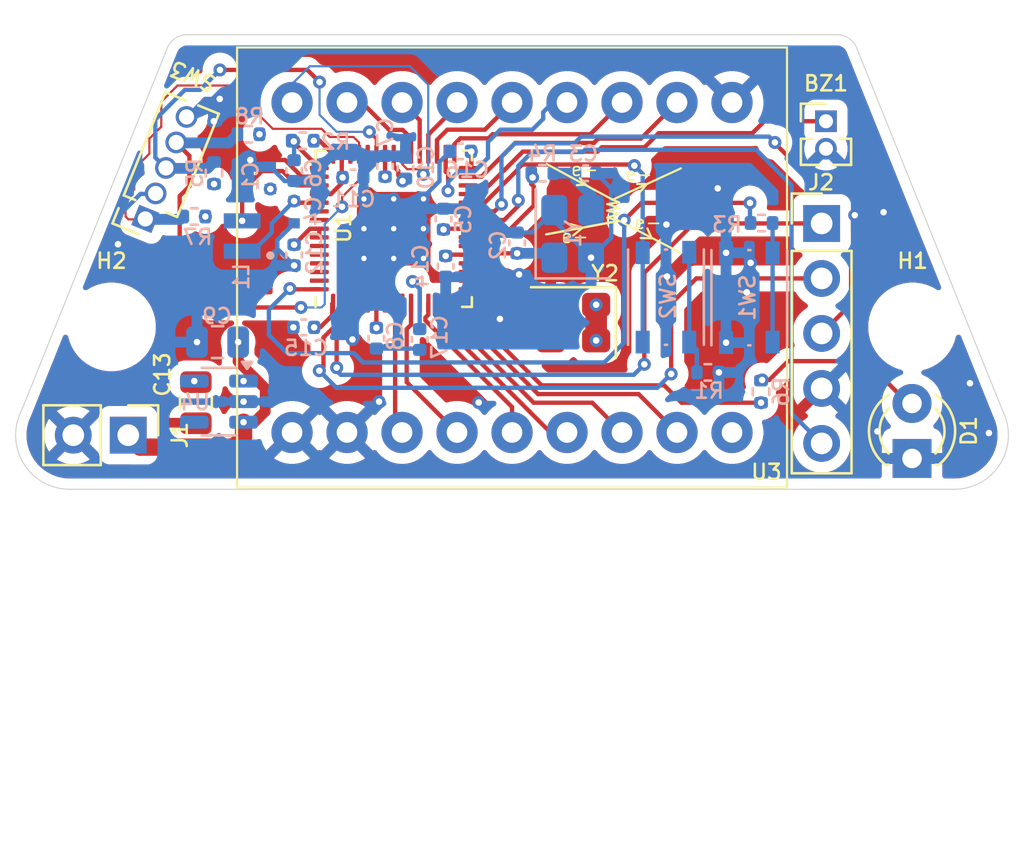
<source format=kicad_pcb>
(kicad_pcb (version 20241229) (generator "pcbnew") (generator_version "9.0")
  (layers (0 "F.Cu" signal) (4 "In1.Cu" signal) (6 "In2.Cu" signal) (8 "In3.Cu" signal) (10 "In4.Cu" signal) (2 "B.Cu" signal) (13 "F.Paste" user) (15 "B.Paste" user) (5 "F.SilkS" user "F.Silkscreen") (7 "B.SilkS" user "B.Silkscreen") (1 "F.Mask" user) (3 "B.Mask" user) (25 "Edge.Cuts" user))
  (net 0 "")
  (net 1 "/BUZ")
  (net 2 "GND")
  (net 3 "/XIN")
  (net 4 "Net-(C3-Pad1)")
  (net 5 "+1V1")
  (net 6 "/VREG_AVDD")
  (net 7 "+5V")
  (net 8 "+3V3")
  (net 9 "Net-(D1-A)")
  (net 10 "/SWCLK")
  (net 11 "/RX")
  (net 12 "/SWD")
  (net 13 "/TX")
  (net 14 "Net-(R1-Pad1)")
  (net 15 "/QSPI_SS")
  (net 16 "/~{USB_BOOT}")
  (net 17 "/XOUT")
  (net 18 "/ROT-")
  (net 19 "/STAT_LED")
  (net 20 "/ROT+")
  (net 21 "/ROT_BTN")
  (net 22 "/RUN")
  (net 23 "/D4")
  (net 24 "/D5")
  (net 25 "/WR_N")
  (net 26 "/CUE")
  (net 27 "/D1")
  (net 28 "/D3")
  (net 29 "/A0")
  (net 30 "/A1")
  (net 31 "/CLR_N")
  (net 32 "/D0")
  (net 33 "/BL_N")
  (net 34 "/CU_N")
  (net 35 "/D2")
  (net 36 "/D6")
  (net 37 "/TCXO")
  (net 38 "/VREG_LX")
  (footprint "MountingHole:MountingHole_2.1mm" (layer "F.Cu") (at 127.5 89.5)
    (property "Reference" "H2")
    (property "Value" "MountingHole")
  )
  (footprint "Custom:DL2416" (layer "F.Cu") (at 156.16 94.375)
    (property "Reference" "U3")
    (property "Value" "~")
  )
  (footprint "Capacitor_SMD:C_0805_2012Metric" (layer "F.Cu") (at 131.4 93 -90)
    (property "Reference" "C13")
    (property "Value" "1u")
  )
  (footprint "Connector_PinHeader_1.27mm:PinHeader_1x02_P1.27mm_Vertical" (layer "F.Cu") (at 160.5 80)
    (property "Reference" "BZ1")
    (property "Value" "Buzzer")
  )
  (footprint "Custom:rot_encode" (layer "F.Cu") (at 137.975 86.025 158)
    (property "Reference" "SW3")
    (property "Value" "RotaryEncoder_Switch")
  )
  (footprint "Oscillator:Oscillator_SMD_Abracon_ASE-4Pin_3.2x2.5mm" (layer "F.Cu") (at 148.835 89.3 180)
    (property "Reference" "Y2")
    (property "Value" "ASE-xxxMHz")
  )
  (footprint "LED_THT:LED_D3.0mm" (layer "F.Cu") (at 164.475 95.575 90)
    (property "Reference" "D1")
    (property "Value" "LED")
  )
  (footprint "Connector_PinHeader_2.54mm:PinHeader_1x02_P2.54mm_Vertical" (layer "F.Cu") (at 128.275 94.5 -90)
    (property "Reference" "J1")
    (property "Value" "Conn_01x02_Pin")
  )
  (footprint "MountingHole:MountingHole_2.1mm" (layer "F.Cu") (at 164.5 89.5)
    (property "Reference" "H1")
    (property "Value" "MountingHole")
  )
  (footprint "Connector_PinHeader_2.54mm:PinHeader_1x05_P2.54mm_Vertical" (layer "F.Cu") (at 160.3 84.72)
    (property "Reference" "J2")
    (property "Value" "Conn_01x05")
  )
  (footprint "RP2350_60QFN_minimal:RP2350-QFN-60-1EP_7x7_P0.4mm_EP3.4x3.4mm_ThermalVias" (layer "F.Cu") (at 140.535 84.9625 90)
    (property "Reference" "U1")
    (property "Value" "RP2350_60QFN")
  )
  (footprint "Resistor_SMD:R_0402_1005Metric" (layer "B.Cu") (at 155.045 91.6)
    (property "Reference" "R1")
    (property "Value" "1k")
  )
  (footprint "Capacitor_SMD:C_0402_1005Metric" (layer "B.Cu") (at 136.38 89.52 180)
    (property "Reference" "C15")
    (property "Value" "100n")
  )
  (footprint "Capacitor_SMD:C_0402_1005Metric" (layer "B.Cu") (at 146.235 85.62 90)
    (property "Reference" "C2")
    (property "Value" "15p")
  )
  (footprint "Capacitor_SMD:C_0402_1005Metric" (layer "B.Cu") (at 138.655 82.6)
    (property "Reference" "C11")
    (property "Value" "100n")
  )
  (footprint "Button_Switch_SMD:SW_Push_1P1T_NO_Vertical_Wuerth_434133025816" (layer "B.Cu") (at 153.11 88.125 90)
    (property "Reference" "SW2")
    (property "Value" "SW_Push")
  )
  (footprint "Resistor_SMD:R_0402_1005Metric" (layer "B.Cu") (at 157.525 84.7)
    (property "Reference" "R3")
    (property "Value" "1k")
  )
  (footprint "Resistor_SMD:R_0402_1005Metric" (layer "B.Cu") (at 133.825 80.6 180)
    (property "Reference" "R8")
    (property "Value" "10k")
  )
  (footprint "Capacitor_SMD:C_0402_1005Metric" (layer "B.Cu") (at 139.735 90.02 -90)
    (property "Reference" "C8")
    (property "Value" "100n")
  )
  (footprint "Button_Switch_SMD:SW_Push_1P1T_NO_Vertical_Wuerth_434133025816" (layer "B.Cu") (at 156.96 88.15 -90)
    (property "Reference" "SW1")
    (property "Value" "SW_Push")
  )
  (footprint "RP2350_60QFN_minimal:C_0402_1005Metric_small_pads" (layer "B.Cu") (at 134.835 82.615 90)
    (property "Reference" "C1")
    (property "Value" "4.7u")
  )
  (footprint "Capacitor_SMD:C_0402_1005Metric" (layer "B.Cu") (at 135.935 82.28 -90)
    (property "Reference" "C6")
    (property "Value" "4.7u")
  )
  (footprint "Capacitor_SMD:C_0402_1005Metric" (layer "B.Cu") (at 149.4 82.4)
    (property "Reference" "C3")
    (property "Value" "15p")
  )
  (footprint "Package_TO_SOT_SMD:SOT-23-5" (layer "B.Cu") (at 132.4625 92.95 180)
    (property "Reference" "U4")
    (property "Value" "AP2112K-3.3")
  )
  (footprint "Capacitor_SMD:C_0402_1005Metric" (layer "B.Cu") (at 141.735 90.08 -90)
    (property "Reference" "C17")
    (property "Value" "100n")
  )
  (footprint "Capacitor_SMD:C_0805_2012Metric" (layer "B.Cu") (at 132.4 90.2 180)
    (property "Reference" "C9")
    (property "Value" "1u")
  )
  (footprint "Capacitor_SMD:C_0402_1005Metric" (layer "B.Cu") (at 143.62 81.39 180)
    (property "Reference" "C16")
    (property "Value" "100n")
  )
  (footprint "Resistor_SMD:R_0402_1005Metric" (layer "B.Cu") (at 147.4 82.4)
    (property "Reference" "R4")
    (property "Value" "1k")
  )
  (footprint "Capacitor_SMD:C_0402_1005Metric" (layer "B.Cu") (at 142.835 84.52 90)
    (property "Reference" "C5")
    (property "Value" "100n")
  )
  (footprint "Resistor_SMD:R_0402_1005Metric" (layer "B.Cu") (at 136.335 80.9 180)
    (property "Reference" "R2")
    (property "Value" "33")
  )
  (footprint "Capacitor_SMD:C_0402_1005Metric" (layer "B.Cu") (at 140.135 82.08 90)
    (property "Reference" "C7")
    (property "Value" "4.7u")
  )
  (footprint "Capacitor_SMD:C_0402_1005Metric" (layer "B.Cu") (at 135.935 86.18 -90)
    (property "Reference" "C12")
    (property "Value" "100n")
  )
  (footprint "Resistor_SMD:R_0402_1005Metric" (layer "B.Cu") (at 132.235 82.39 90)
    (property "Reference" "R5")
    (property "Value" "10k")
  )
  (footprint "Capacitor_SMD:C_0402_1005Metric" (layer "B.Cu") (at 141.08 82.17 90)
    (property "Reference" "C10")
    (property "Value" "100n")
  )
  (footprint "RP2350_60QFN_minimal:L_pol_2016" (layer "B.Cu") (at 133.535 85.3 90)
    (property "Reference" "L1")
    (property "Value" "3.3u")
  )
  (footprint "Resistor_SMD:R_0402_1005Metric" (layer "B.Cu") (at 157.5 92.49 90)
    (property "Reference" "R6")
    (property "Value" "220")
  )
  (footprint "RP2350_60QFN_minimal:C_0402_1005Metric_small_pads" (layer "B.Cu") (at 135.935 84.2 -90)
    (property "Reference" "C4")
    (property "Value" "4.7u")
  )
  (footprint "Capacitor_SMD:C_0402_1005Metric" (layer "B.Cu") (at 142.935 86.7 -90)
    (property "Reference" "C14")
    (property "Value" "100n")
  )
  (footprint "Resistor_SMD:R_0402_1005Metric" (layer "B.Cu") (at 131.325 84.4 180)
    (property "Reference" "R7")
    (property "Value" "10k")
  )
  (footprint "Crystal:Crystal_SMD_3225-4Pin_3.2x2.5mm" (layer "B.Cu") (at 148.8 85.2 90)
    (property "Reference" "Y1")
    (property "Value" "ABM8-272-T3")
  )
  (gr_line (start 150.95 84.275) (end 150.4 84.45) (stroke (width 0.1)) (layer "F.SilkS"))
  (gr_line (start 147.575 85.225) (end 150.95 84.6) (stroke (width 0.1)) (layer "F.SilkS"))
  (gr_line (start 148.7 84.75) (end 149.2625 84.9125) (stroke (width 0.1)) (layer "F.SilkS"))
  (gr_line (start 151.925 83.25) (end 152.225 82.9) (stroke (width 0.1)) (layer "F.SilkS"))
  (gr_line (start 148.825 85.275) (end 149.2625 84.9125) (stroke (width 0.1)) (layer "F.SilkS"))
  (gr_line (start 150.4 83.825) (end 150.95 84) (stroke (width 0.1)) (layer "F.SilkS"))
  (gr_line (start 150.95 83.75) (end 150.4 83.825) (stroke (width 0.1)) (layer "F.SilkS"))
  (gr_line (start 149 82.95) (end 149.360612 82.927462) (stroke (width 0.1)) (layer "F.SilkS"))
  (gr_line (start 150.95 84) (end 150.4 84.125) (stroke (width 0.1)) (layer "F.SilkS"))
  (gr_line (start 150.4 84.45) (end 150.95 84.6) (stroke (width 0.1)) (layer "F.SilkS"))
  (gr_line (start 152.25 84.95) (end 152.45 85.4) (stroke (width 0.1)) (layer "F.SilkS"))
  (gr_line (start 147.6 81.975) (end 150.65 83.625) (stroke (width 0.1)) (layer "F.SilkS"))
  (gr_line (start 149.125 82.625) (end 149.4 82.925) (stroke (width 0.1)) (layer "F.SilkS"))
  (gr_line (start 150.65 83.625) (end 153.8 82.175) (stroke (width 0.1)) (layer "F.SilkS"))
  (gr_line (start 149.4 82.925) (end 149 82.95) (stroke (width 0.1)) (layer "F.SilkS"))
  (gr_line (start 150.95 84.6) (end 147.575 85.225) (stroke (width 0.1)) (layer "F.SilkS"))
  (gr_line (start 151.775 82.9) (end 152.225 82.9) (stroke (width 0.1)) (layer "F.SilkS"))
  (gr_line (start 150.4 84.125) (end 150.95 84.275) (stroke (width 0.1)) (layer "F.SilkS"))
  (gr_line (start 152.4625 85.40625) (end 151.9375 85.39375) (stroke (width 0.1)) (layer "F.SilkS"))
  (gr_line (start 150.65 83.625) (end 150.95 83.75) (stroke (width 0.1)) (layer "F.SilkS"))
  (gr_line (start 153.775 86.075) (end 150.95 84.6) (stroke (width 0.1)) (layer "F.SilkS"))
  (gr_arc (start 168.661805 93.381982) (mid 168.552358 95.814328) (end 166.414082 97) (stroke (width 0.05)) (layer "Edge.Cuts"))
  (gr_arc (start 161 76) (mid 161.525731 76.149349) (end 161.894428 76.552789) (stroke (width 0.05)) (layer "Edge.Cuts"))
  (gr_line (start 123.338066 93.382302) (end 130.105577 76.552777) (stroke (width 0.05)) (layer "Edge.Cuts"))
  (gr_line (start 168.661805 93.381982) (end 161.894428 76.552789) (stroke (width 0.05)) (layer "Edge.Cuts"))
  (gr_arc (start 130.105577 76.552777) (mid 130.474269 76.149349) (end 131 76) (stroke (width 0.05)) (layer "Edge.Cuts"))
  (gr_arc (start 125.5743 96.999999) (mid 123.447642 95.814328) (end 123.338066 93.382302) (stroke (width 0.05)) (layer "Edge.Cuts"))
  (gr_line (start 161 76) (end 131 76) (stroke (width 0.05)) (layer "Edge.Cuts"))
  (gr_line (start 166.414082 97) (end 125.5743 96.999999) (stroke (width 0.05)) (layer "Edge.Cuts"))
  (gr_text "e-" (at 148.675 82.575 0) (layer "F.SilkS") (effects (font (size 0.6 0.6) (thickness 0.08)) (justify left bottom)))
  (gr_text "e-" (at 148.225 85.675 0) (layer "F.SilkS") (effects (font (size 0.6 0.6) (thickness 0.08)) (justify left bottom)))
  (gr_text "e-" (at 151.175 82.8 0) (layer "F.SilkS") (effects (font (size 0.6 0.6) (thickness 0.08)) (justify left bottom)))
  (gr_text "e-" (at 151.6 85.025 0) (layer "F.SilkS") (effects (font (size 0.6 0.6) (thickness 0.08)) (justify left bottom)))
  (segment (start 152.7721 80.55) (end 157.1 80.55) (width 0.2) (layer "F.Cu") (net 1))
  (segment (start 144.5375 83.3625) (end 146.498 81.402) (width 0.2) (layer "F.Cu") (net 1))
  (segment (start 157.65 80) (end 160.5 80) (width 0.2) (layer "F.Cu") (net 1))
  (segment (start 149.9472 81.402) (end 150.1482 81.201) (width 0.2) (layer "F.Cu") (net 1))
  (segment (start 143.9725 83.3625) (end 144.5375 83.3625) (width 0.2) (layer "F.Cu") (net 1))
  (segment (start 146.498 81.402) (end 149.9472 81.402) (width 0.2) (layer "F.Cu") (net 1))
  (segment (start 157.1 80.55) (end 157.65 80) (width 0.2) (layer "F.Cu") (net 1))
  (segment (start 152.1211 81.201) (end 152.7721 80.55) (width 0.2) (layer "F.Cu") (net 1))
  (segment (start 150.1482 81.201) (end 152.1211 81.201) (width 0.2) (layer "F.Cu") (net 1))
  (segment (start 137.0975 82.5625) (end 136.2925 82.5625) (width 0.2) (layer "F.Cu") (net 2))
  (segment (start 135.52 81.79) (end 133.91 81.79) (width 0.2) (layer "F.Cu") (net 2))
  (segment (start 147.785 88.475) (end 147.96 88.475) (width 0.5) (layer "F.Cu") (net 2))
  (segment (start 136.2925 82.5625) (end 135.52 81.79) (width 0.2) (layer "F.Cu") (net 2))
  (via (at 138.63 90.08) (size 0.6) (drill 0.3) (layers "F.Cu" "B.Cu") (net 2))
  (via (at 127.8 85.68) (size 0.6) (drill 0.3) (layers "F.Cu" "B.Cu") (net 2))
  (via (at 146.325 87.075) (size 0.6) (drill 0.3) (layers "F.Cu" "B.Cu") (net 2))
  (via (at 149.65 86.3) (size 0.6) (drill 0.3) (layers "F.Cu" "B.Cu") (net 2))
  (via (at 162.875 94.325) (size 0.6) (drill 0.3) (layers "F.Cu" "B.Cu") (net 2))
  (via (at 153.13 84.77) (size 0.6) (drill 0.3) (layers "F.Cu" "B.Cu") (net 2))
  (via (at 133.91 81.79) (size 0.6) (drill 0.3) (layers "F.Cu" "B.Cu") (net 2))
  (via (at 144.46 92.99) (size 0.6) (drill 0.3) (layers "F.Cu" "B.Cu") (net 2))
  (via (at 168.025 94.4) (size 0.6) (drill 0.3) (layers "F.Cu" "B.Cu") (net 2))
  (via (at 167.15 92.1) (size 0.6) (drill 0.3) (layers "F.Cu" "B.Cu") (net 2))
  (via (at 132.225 80) (size 0.6) (drill 0.3) (layers "F.Cu" "B.Cu") (net 2))
  (via (at 132.5 78.97) (size 0.6) (drill 0.3) (layers "F.Cu" "B.Cu") (net 2))
  (via (at 155.5 83.1) (size 0.6) (drill 0.3) (layers "F.Cu" "B.Cu") (net 2))
  (via (at 155.555 91.6) (size 0.6) (drill 0.3) (layers "F.Cu" "B.Cu") (net 2))
  (via (at 156.84 87.9) (size 0.6) (drill 0.3) (layers "F.Cu" "B.Cu") (net 2))
  (via (at 153.16 87.17) (size 0.6) (drill 0.3) (layers "F.Cu" "B.Cu") (net 2))
  (via (at 145.44 89.13) (size 0.6) (drill 0.3) (layers "F.Cu" "B.Cu") (net 2))
  (via (at 139.86 92.95) (size 0.6) (drill 0.3) (layers "F.Cu" "B.Cu") (net 2))
  (via (at 157.02 86.54) (size 0.6) (drill 0.3) (layers "F.Cu" "B.Cu") (net 2))
  (via (at 163.16 84.2) (size 0.6) (drill 0.3) (layers "F.Cu" "B.Cu") (net 2))
  (via (at 135.9 89.52) (size 0.6) (drill 0.3) (layers "F.Cu" "B.Cu") (net 2))
  (via (at 131.45 90.2) (size 0.6) (drill 0.3) (layers "F.Cu" "B.Cu") (net 2))
  (via (at 133.6 92.95) (size 0.6) (drill 0.3) (layers "F.Cu" "B.Cu") (net 2))
  (via (at 161.83 84.34) (size 0.6) (drill 0.3) (layers "F.Cu" "B.Cu") (net 2))
  (via (at 155.885 86.075) (size 0.6) (drill 0.3) (layers "F.Cu" "B.Cu") (net 2))
  (via (at 155.885 90.225) (size 0.6) (drill 0.3) (layers "F.Cu" "B.Cu") (net 2))
  (via (at 135.935 86.66) (size 0.6) (drill 0.3) (layers "F.Cu" "B.Cu") (net 2))
  (segment (start 139.135 82.290001) (end 139.825001 81.6) (width 0.5) (layer "B.Cu") (net 2))
  (segment (start 147.95 84.6) (end 147.95 84.1) (width 0.2) (layer "B.Cu") (net 2))
  (segment (start 145.753474 85.14) (end 146.235 85.14) (width 0.5) (layer "B.Cu") (net 2))
  (segment (start 135.15 85.8) (end 135.16 85.79) (width 0.2) (layer "B.Cu") (net 2))
  (segment (start 144.653474 84.04) (end 145.753474 85.14) (width 0.5) (layer "B.Cu") (net 2))
  (segment (start 142.649872 82.76017) (end 141.91 83.500042) (width 0.2) (layer "B.Cu") (net 2))
  (segment (start 128.841394 83.355047) (end 127.8 84.396441) (width 0.2) (layer "B.Cu") (net 2))
  (segment (start 142.649872 81.880128) (end 142.649872 82.76017) (width 0.2) (layer "B.Cu") (net 2))
  (segment (start 135.16 85.79) (end 135.16 85.49) (width 0.2) (layer "B.Cu") (net 2))
  (segment (start 142.835 84.04) (end 144.653474 84.04) (width 0.5) (layer "B.Cu") (net 2))
  (segment (start 141.91 83.500042) (end 141.91 83.5875) (width 0.2) (layer "B.Cu") (net 2))
  (segment (start 139.825001 81.6) (end 140.135 81.6) (width 0.5) (layer "B.Cu") (net 2))
  (segment (start 140.135 81.6) (end 140.99 81.6) (width 0.5) (layer "B.Cu") (net 2))
  (segment (start 150.579 83.099) (end 149.88 82.4) (width 0.2) (layer "B.Cu") (net 2))
  (segment (start 141.675 90.5) (end 141.735 90.56) (width 0.2) (layer "B.Cu") (net 2))
  (segment (start 149.65 86.3) (end 147.95 84.6) (width 0.2) (layer "B.Cu") (net 2))
  (segment (start 134.835 82.1) (end 134.22 82.1) (width 0.2) (layer "B.Cu") (net 2))
  (segment (start 135.15 85.875) (end 135.15 85.8) (width 0.2) (layer "B.Cu") (net 2))
  (segment (start 130.996997 79.80123) (end 130.966105 79.80123) (width 0.2) (layer "B.Cu") (net 2))
  (segment (start 146.91 85.14) (end 147.95 84.1) (width 0.2) (layer "B.Cu") (net 2))
  (segment (start 135.935 82.76) (end 135.495 82.76) (width 0.2) (layer "B.Cu") (net 2))
  (segment (start 131.828227 78.97) (end 130.996997 79.80123) (width 0.2) (layer "B.Cu") (net 2))
  (segment (start 139.135 82.6) (end 139.135 82.290001) (width 0.5) (layer "B.Cu") (net 2))
  (segment (start 135.495 82.76) (end 134.835 82.1) (width 0.2) (layer "B.Cu") (net 2))
  (segment (start 127.8 85.68) (end 127.8 85.69) (width 0.2) (layer "B.Cu") (net 2))
  (segment (start 150.579 85.371) (end 150.579 83.099) (width 0.2) (layer "B.Cu") (net 2))
  (segment (start 132.5 78.97) (end 131.828227 78.97) (width 0.2) (layer "B.Cu") (net 2))
  (segment (start 149.65 86.3) (end 150.579 85.371) (width 0.2) (layer "B.Cu") (net 2))
  (segment (start 135.935 86.66) (end 135.15 85.875) (width 0.2) (layer "B.Cu") (net 2))
  (segment (start 140.99 81.6) (end 141.08 81.69) (width 0.5) (layer "B.Cu") (net 2))
  (segment (start 129.538854 83.333801) (end 129.517608 83.355047) (width 0.2) (layer "B.Cu") (net 2))
  (segment (start 135.16 85.49) (end 135.935 84.715) (width 0.2) (layer "B.Cu") (net 2))
  (segment (start 129.517608 83.355047) (end 128.841394 83.355047) (width 0.2) (layer "B.Cu") (net 2))
  (segment (start 139.735 90.5) (end 141.675 90.5) (width 0.2) (layer "B.Cu") (net 2))
  (segment (start 134.22 82.1) (end 133.91 81.79) (width 0.2) (layer "B.Cu") (net 2))
  (segment (start 146.235 85.14) (end 146.91 85.14) (width 0.2) (layer "B.Cu") (net 2))
  (segment (start 143.14 81.39) (end 142.649872 81.880128) (width 0.2) (layer "B.Cu") (net 2))
  (segment (start 127.8 84.396441) (end 127.8 85.68) (width 0.2) (layer "B.Cu") (net 2))
  (segment (start 143.9725 85.7625) (end 144.5625 85.7625) (width 0.2) (layer "F.Cu") (net 3))
  (segment (start 144.5625 85.7625) (end 144.9 86.1) (width 0.2) (layer "F.Cu") (net 3))
  (segment (start 144.9 86.1) (end 146.235 86.1) (width 0.2) (layer "F.Cu") (net 3))
  (via (at 146.235 86.1) (size 0.6) (drill 0.3) (layers "F.Cu" "B.Cu") (net 3))
  (segment (start 146.235 86.1) (end 147.75 86.1) (width 0.5) (layer "B.Cu") (net 3))
  (segment (start 147.75 86.1) (end 147.95 86.3) (width 0.5) (layer "B.Cu") (net 3))
  (segment (start 149.65 83.4) (end 148.92 82.67) (width 0.5) (layer "B.Cu") (net 4))
  (segment (start 148.92 82.67) (end 148.92 82.4) (width 0.5) (layer "B.Cu") (net 4))
  (segment (start 147.91 82.4) (end 148.92 82.4) (width 0.5) (layer "B.Cu") (net 4))
  (segment (start 149.65 84.1) (end 149.65 83.4) (width 0.5) (layer "B.Cu") (net 4))
  (segment (start 140.135 81.525) (end 140.135 82.56) (width 0.2) (layer "F.Cu") (net 5))
  (segment (start 142.8725 84.9625) (end 142.835 85) (width 0.2) (layer "F.Cu") (net 5))
  (segment (start 136.0125 83.7625) (end 135.935 83.685) (width 0.2) (layer "F.Cu") (net 5))
  (segment (start 143.9725 84.9625) (end 142.8725 84.9625) (width 0.2) (layer "F.Cu") (net 5))
  (segment (start 137.0975 83.7625) (end 136.0125 83.7625) (width 0.2) (layer "F.Cu") (net 5))
  (segment (start 139.735 89.54) (end 139.735 88.4) (width 0.2) (layer "F.Cu") (net 5))
  (via (at 135.935 83.685) (size 0.6) (drill 0.3) (layers "F.Cu" "B.Cu") (net 5))
  (via (at 139.735 89.54) (size 0.6) (drill 0.3) (layers "F.Cu" "B.Cu") (net 5))
  (via (at 142.835 85) (size 0.6) (drill 0.3) (layers "F.Cu" "B.Cu") (net 5))
  (via (at 140.135 82.56) (size 0.6) (drill 0.3) (layers "F.Cu" "B.Cu") (net 5))
  (segment (start 134.9 84.72) (end 135.935 83.685) (width 0.2) (layer "B.Cu") (net 5))
  (segment (start 134.9 85.135) (end 134.9 84.72) (width 0.2) (layer "B.Cu") (net 5))
  (segment (start 133.535 86) (end 134.035 86) (width 0.2) (layer "B.Cu") (net 5))
  (segment (start 134.035 86) (end 134.9 85.135) (width 0.2) (layer "B.Cu") (net 5))
  (segment (start 135.92 80.985) (end 135.92 80.93) (width 0.2) (layer "F.Cu") (net 6))
  (segment (start 137.0975 82.1625) (end 135.92 80.985) (width 0.2) (layer "F.Cu") (net 6))
  (via (at 135.92 80.93) (size 0.6) (drill 0.3) (layers "F.Cu" "B.Cu") (net 6))
  (segment (start 135.935 80.945) (end 135.92 80.93) (width 0.2) (layer "B.Cu") (net 6))
  (segment (start 135.935 81.8) (end 135.935 80.945) (width 0.2) (layer "B.Cu") (net 6))
  (segment (start 133.149 95.051) (end 133.6 94.6) (width 0.8) (layer "F.Cu") (net 7))
  (segment (start 133.35 90.2) (end 133.35 91.087501) (width 0.5) (layer "F.Cu") (net 7))
  (segment (start 133.6 93.9) (end 134.1 93.9) (width 0.5) (layer "F.Cu") (net 7))
  (segment (start 134.1 93.9) (end 134.6 93.4) (width 0.5) (layer "F.Cu") (net 7))
  (segment (start 134.6 93.4) (end 134.6 92.337501) (width 0.5) (layer "F.Cu") (net 7))
  (segment (start 128.275 94.5) (end 128.826 95.051) (width 0.8) (layer "F.Cu") (net 7))
  (segment (start 134.6 92.337501) (end 134.262499 92) (width 0.5) (layer "F.Cu") (net 7))
  (segment (start 134.262499 92) (end 133.6 92) (width 0.5) (layer "F.Cu") (net 7))
  (segment (start 133.35 91.087501) (end 134.262499 92) (width 0.5) (layer "F.Cu") (net 7))
  (segment (start 128.826 95.051) (end 133.149 95.051) (width 0.8) (layer "F.Cu") (net 7))
  (segment (start 133.6 94.6) (end 133.6 93.9) (width 0.8) (layer "F.Cu") (net 7))
  (via (at 133.6 92) (size 0.6) (drill 0.3) (layers "F.Cu" "B.Cu") (net 7))
  (via (at 133.35 90.2) (size 0.6) (drill 0.3) (layers "F.Cu" "B.Cu") (net 7))
  (via (at 133.6 93.9) (size 0.6) (drill 0.3) (layers "F.Cu" "B.Cu") (net 7))
  (segment (start 136.6725 84.9625) (end 137.0975 84.9625) (width 0.2) (layer "F.Cu") (net 8))
  (segment (start 140.942621 82.762499) (end 140.942621 82.692621) (width 0.2) (layer "F.Cu") (net 8))
  (segment (start 135.935 85.7) (end 136.6725 84.9625) (width 0.2) (layer "F.Cu") (net 8))
  (segment (start 143.9725 86.1625) (end 142.9925 86.1625) (width 0.2) (layer "F.Cu") (net 8))
  (segment (start 137.695 88.44) (end 137.735 88.4) (width 0.2) (layer "F.Cu") (net 8))
  (segment (start 142.9925 86.1625) (end 142.935 86.22) (width 0.2) (layer "F.Cu") (net 8))
  (segment (start 141.4 87.4) (end 141.735 87.735) (width 0.2) (layer "F.Cu") (net 8))
  (segment (start 140.942622 82.7625) (end 140.942621 82.762499) (width 0.2) (layer "F.Cu") (net 8))
  (segment (start 140.942621 82.692621) (end 140.75 82.5) (width 0.2) (layer "F.Cu") (net 8))
  (segment (start 137.14 89.52) (end 137.695 88.965) (width 0.2) (layer "F.Cu") (net 8))
  (segment (start 137.695 88.965) (end 137.695 88.44) (width 0.2) (layer "F.Cu") (net 8))
  (segment (start 138.175 82.825) (end 138.175 82.6) (width 0.2) (layer "F.Cu") (net 8))
  (segment (start 137.0975 83.3625) (end 137.6375 83.3625) (width 0.2) (layer "F.Cu") (net 8))
  (segment (start 140.75 82.5) (end 140.75 82.3) (width 0.2) (layer "F.Cu") (net 8))
  (segment (start 138.135 82.56) (end 138.175 82.6) (width 0.2) (layer "F.Cu") (net 8))
  (segment (start 140.535 82.085) (end 140.535 81.525) (width 0.2) (layer "F.Cu") (net 8))
  (segment (start 136.845 80.9) (end 137.11 80.9) (width 0.2) (layer "F.Cu") (net 8))
  (segment (start 140.75 82.3) (end 140.535 82.085) (width 0.2) (layer "F.Cu") (net 8))
  (segment (start 136.86 89.52) (end 137.14 89.52) (width 0.2) (layer "F.Cu") (net 8))
  (segment (start 138.135 81.525) (end 138.135 82.56) (width 0.2) (layer "F.Cu") (net 8))
  (segment (start 137.0975 85.3625) (end 137.0975 84.9625) (width 0.2) (layer "F.Cu") (net 8))
  (segment (start 144.12 81.4) (end 144.12 82.015) (width 0.2) (layer "F.Cu") (net 8))
  (segment (start 137.735 81.525) (end 138.135 81.525) (width 0.2) (layer "F.Cu") (net 8))
  (segment (start 144.12 82.015) (end 143.9725 82.1625) (width 0.2) (layer "F.Cu") (net 8))
  (segment (start 149.885 90.125) (end 149.885 88.475) (width 1) (layer "F.Cu") (net 8))
  (segment (start 137.6375 83.3625) (end 138.175 82.825) (width 0.2) (layer "F.Cu") (net 8))
  (segment (start 141.735 87.735) (end 141.735 88.4) (width 0.2) (layer "F.Cu") (net 8))
  (segment (start 137.11 80.9) (end 137.735 81.525) (width 0.2) (layer "F.Cu") (net 8))
  (via (at 134.335 80.6) (size 0.6) (drill 0.3) (layers "F.Cu" "B.Cu") (net 8))
  (via (at 136.86 89.52) (size 0.6) (drill 0.3) (layers "F.Cu" "B.Cu") (net 8))
  (via (at 131.325 92) (size 0.6) (drill 0.3) (layers "F.Cu" "B.Cu") (net 8))
  (via (at 149.885 90.125) (size 0.6) (drill 0.3) (layers "F.Cu" "B.Cu") (net 8))
  (via (at 134.835 83.13) (size 0.6) (drill 0.3) (layers "F.Cu" "B.Cu") (net 8))
  (via (at 131.835 84.4) (size 0.6) (drill 0.3) (layers "F.Cu" "B.Cu") (net 8))
  (via (at 144.12 81.4) (size 0.6) (drill 0.3) (layers "F.Cu" "B.Cu") (net 8))
  (via (at 132.235 82.9) (size 0.6) (drill 0.3) (layers "F.Cu" "B.Cu") (net 8))
  (via (at 136.845 80.9) (size 0.6) (drill 0.3) (layers "F.Cu" "B.Cu") (net 8))
  (via (at 138.175 82.6) (size 0.6) (drill 0.3) (layers "F.Cu" "B.Cu") (net 8))
  (via (at 149.885 88.475) (size 0.6) (drill 0.3) (layers "F.Cu" "B.Cu") (net 8))
  (via (at 142.935 86.22) (size 0.6) (drill 0.3) (layers "F.Cu" "B.Cu") (net 8))
  (via (at 135.935 85.7) (size 0.6) (drill 0.3) (layers "F.Cu" "B.Cu") (net 8))
  (via (at 141.4 87.4) (size 0.6) (drill 0.3) (layers "F.Cu" "B.Cu") (net 8))
  (via (at 140.942622 82.7625) (size 0.6) (drill 0.3) (layers "F.Cu" "B.Cu") (net 8))
  (segment (start 141.735 89.6) (end 141.735 87.735) (width 0.2) (layer "B.Cu") (net 8))
  (segment (start 141.735 87.735) (end 141.4 87.4) (width 0.2) (layer "B.Cu") (net 8))
  (segment (start 162.1 91.95) (end 161.23 91.08) (width 0.2) (layer "F.Cu") (net 9))
  (segment (start 157.55 91.95) (end 157.54 91.95) (width 0.2) (layer "F.Cu") (net 9))
  (segment (start 158.75 91.08) (end 157.88 91.95) (width 0.2) (layer "F.Cu") (net 9))
  (segment (start 164.475 93.035) (end 164.305 93.035) (width 0.2) (layer "F.Cu") (net 9))
  (segment (start 163.22 91.95) (end 162.1 91.95) (width 0.2) (layer "F.Cu") (net 9))
  (segment (start 157.88 91.95) (end 157.55 91.95) (width 0.2) (layer "F.Cu") (net 9))
  (segment (start 161.23 91.08) (end 158.75 91.08) (width 0.2) (layer "F.Cu") (net 9))
  (segment (start 164.305 93.035) (end 163.22 91.95) (width 0.2) (layer "F.Cu") (net 9))
  (via (at 157.55 91.95) (size 0.6) (drill 0.3) (layers "F.Cu" "B.Cu") (net 9))
  (segment (start 146.3 83.9) (end 145.6375 84.5625) (width 0.2) (layer "F.Cu") (net 10))
  (segment (start 146.3 83.66) (end 146.3 83.9) (width 0.2) (layer "F.Cu") (net 10))
  (segment (start 146.29 83.65) (end 146.3 83.66) (width 0.2) (layer "F.Cu") (net 10))
  (segment (start 145.6375 84.5625) (end 143.9725 84.5625) (width 0.2) (layer "F.Cu") (net 10))
  (via (at 146.29 83.65) (size 0.6) (drill 0.3) (layers "F.Cu" "B.Cu") (net 10))
  (segment (start 146.92866 81.421) (end 149.269 81.421) (width 0.2) (layer "B.Cu") (net 10))
  (segment (start 149.269 81.421) (end 149.37 81.32) (width 0.2) (layer "B.Cu") (net 10))
  (segment (start 158.91 93.49) (end 160.3 94.88) (width 0.2) (layer "B.Cu") (net 10))
  (segment (start 146.29 83.65) (end 146.29 82.05966) (width 0.2) (layer "B.Cu") (net 10))
  (segment (start 158.91 82.95) (end 158.91 93.49) (width 0.2) (layer "B.Cu") (net 10))
  (segment (start 157.28 81.32) (end 158.91 82.95) (width 0.2) (layer "B.Cu") (net 10))
  (segment (start 149.37 81.32) (end 157.28 81.32) (width 0.2) (layer "B.Cu") (net 10))
  (segment (start 146.29 82.05966) (end 146.92866 81.421) (width 0.2) (layer "B.Cu") (net 10))
  (segment (start 138.536 89.3111) (end 138.536 89.03) (width 0.2) (layer "F.Cu") (net 11))
  (segment (start 152.11 87) (end 154.39 84.72) (width 0.2) (layer "F.Cu") (net 11))
  (segment (start 138.535 88.4) (end 138.535 89.029) (width 0.2) (layer "F.Cu") (net 11))
  (segment (start 137.9 89.9471) (end 138.536 89.3111) (width 0.2) (layer "F.Cu") (net 11))
  (segment (start 138.535 89.029) (end 138.536 89.03) (width 0.2) (layer "F.Cu") (net 11))
  (segment (start 137.9 91.38) (end 137.9 89.9471) (width 0.2) (layer "F.Cu") (net 11))
  (segment (start 138.536 89.03) (end 138.536 88.934274) (width 0.2) (layer "F.Cu") (net 11))
  (segment (start 154.39 84.72) (end 160.3 84.72) (width 0.2) (layer "F.Cu") (net 11))
  (segment (start 152.11 91.225002) (end 152.11 87) (width 0.2) (layer "F.Cu") (net 11))
  (via (at 137.9 91.38) (size 0.6) (drill 0.3) (layers "F.Cu" "B.Cu") (net 11))
  (via (at 152.11 91.225002) (size 0.6) (drill 0.3) (layers "F.Cu" "B.Cu") (net 11))
  (segment (start 152.11 91.225002) (end 151.625002 91.71) (width 0.2) (layer "B.Cu") (net 11))
  (segment (start 138.09 91.71) (end 137.9 91.52) (width 0.2) (layer "B.Cu") (net 11))
  (segment (start 137.9 91.52) (end 137.9 91.38) (width 0.2) (layer "B.Cu") (net 11))
  (segment (start 151.625002 91.71) (end 138.09 91.71) (width 0.2) (layer "B.Cu") (net 11))
  (segment (start 145.512039 83.937961) (end 145.45 84) (width 0.2) (layer "F.Cu") (net 12))
  (segment (start 161.055 82.63) (end 162.55 84.125) (width 0.2) (layer "F.Cu") (net 12))
  (segment (start 162.55 84.125) (end 162.55 85.325) (width 0.2) (layer "F.Cu") (net 12))
  (segment (start 161.66 86.215) (end 161.66 88.44) (width 0.2) (layer "F.Cu") (net 12))
  (segment (start 158.14 81.02) (end 159.75 82.63) (width 0.2) (layer "F.Cu") (net 12))
  (segment (start 159.75 82.63) (end 161.055 82.63) (width 0.2) (layer "F.Cu") (net 12))
  (segment (start 145.1875 84.1625) (end 143.9725 84.1625) (width 0.2) (layer "F.Cu") (net 12))
  (segment (start 162.55 85.325) (end 161.66 86.215) (width 0.2) (layer "F.Cu") (net 12))
  (segment (start 145.512039 83.83649) (end 145.512039 83.937961) (width 0.2) (layer "F.Cu") (net 12))
  (segment (start 145.45 84) (end 145.35 84) (width 0.2) (layer "F.Cu") (net 12))
  (segment (start 161.66 88.44) (end 160.3 89.8) (width 0.2) (layer "F.Cu") (net 12))
  (segment (start 145.512039 83.862039) (end 145.55 83.9) (width 0.2) (layer "F.Cu") (net 12))
  (segment (start 158.14 80.98) (end 158.14 81.02) (width 0.2) (layer "F.Cu") (net 12))
  (segment (start 145.35 84) (end 145.1875 84.1625) (width 0.2) (layer "F.Cu") (net 12))
  (segment (start 145.512039 83.83649) (end 145.512039 83.862039) (width 0.2) (layer "F.Cu") (net 12))
  (via (at 145.512039 83.83649) (size 0.6) (drill 0.3) (layers "F.Cu" "B.Cu") (net 12))
  (via (at 158.14 80.98) (size 0.6) (drill 0.3) (layers "F.Cu" "B.Cu") (net 12))
  (segment (start 145.512039 81.637961) (end 146.13 81.02) (width 0.2) (layer "B.Cu") (net 12))
  (segment (start 145.512039 83.83649) (end 145.512039 81.637961) (width 0.2) (layer "B.Cu") (net 12))
  (segment (start 148.88 81.02) (end 149.19 80.71) (width 0.2) (layer "B.Cu") (net 12))
  (segment (start 149.19 80.71) (end 157.87 80.71) (width 0.2) (layer "B.Cu") (net 12))
  (segment (start 157.87 80.71) (end 158.14 80.98) (width 0.2) (layer "B.Cu") (net 12))
  (segment (start 146.13 81.02) (end 148.88 81.02) (width 0.2) (layer "B.Cu") (net 12))
  (segment (start 153.35 88.42) (end 153.35 91.67) (width 0.2) (layer "F.Cu") (net 13))
  (segment (start 154.51 87.26) (end 154.27 87.5) (width 0.2) (layer "F.Cu") (net 13))
  (segment (start 137.29 91.33) (end 137.29 89.99) (width 0.2) (layer "F.Cu") (net 13))
  (segment (start 137.29 89.99) (end 138.135 89.145) (width 0.2) (layer "F.Cu") (net 13))
  (segment (start 154.27 87.5) (end 153.35 88.42) (width 0.2) (layer "F.Cu") (net 13))
  (segment (start 137.1 91.52) (end 137.29 91.33) (width 0.2) (layer "F.Cu") (net 13))
  (segment (start 138.135 89.145) (end 138.135 88.4) (width 0.2) (layer "F.Cu") (net 13))
  (segment (start 160.3 87.26) (end 154.51 87.26) (width 0.2) (layer "F.Cu") (net 13))
  (via (at 137.1 91.52) (size 0.6) (drill 0.3) (layers "F.Cu" "B.Cu") (net 13))
  (via (at 153.35 91.67) (size 0.6) (drill 0.3) (layers "F.Cu" "B.Cu") (net 13))
  (segment (start 153.35 91.67) (end 152.709 92.311) (width 0.2) (layer "B.Cu") (net 13))
  (segment (start 152.709 92.311) (end 137.891 92.311) (width 0.2) (layer "B.Cu") (net 13))
  (segment (start 137.891 92.311) (end 137.1 91.52) (width 0.2) (layer "B.Cu") (net 13))
  (segment (start 154.535 90.55) (end 154.185 90.2) (width 0.2) (layer "B.Cu") (net 14))
  (segment (start 154.185 86.05) (end 154.185 90.2) (width 0.2) (layer "B.Cu") (net 14))
  (segment (start 154.535 91.6) (end 154.535 90.55) (width 0.2) (layer "B.Cu") (net 14))
  (segment (start 137.0975 87.7625) (end 135.7725 87.7625) (width 0.2) (layer "F.Cu") (net 15))
  (segment (start 151.98 83.77) (end 156.99 83.77) (width 0.2) (layer "F.Cu") (net 15))
  (segment (start 135.7725 87.7625) (end 135.74 87.73) (width 0.2) (layer "F.Cu") (net 15))
  (segment (start 135.74 87.73) (end 135.71 87.7) (width 0.2) (layer "F.Cu") (net 15))
  (segment (start 151.18 84.57) (end 151.98 83.77) (width 0.2) (layer "F.Cu") (net 15))
  (via (at 151.18 84.57) (size 0.6) (drill 0.3) (layers "F.Cu" "B.Cu") (net 15))
  (via (at 135.74 87.73) (size 0.6) (drill 0.3) (layers "F.Cu" "B.Cu") (net 15))
  (via (at 156.99 83.77) (size 0.6) (drill 0.3) (layers "F.Cu" "B.Cu") (net 15))
  (segment (start 150.26 91.14) (end 151.18 90.22) (width 0.2) (layer "B.Cu") (net 15))
  (segment (start 134.77 88.7) (end 134.77 89.87) (width 0.2) (layer "B.Cu") (net 15))
  (segment (start 138.69 90.71) (end 139.12 91.14) (width 0.2) (layer "B.Cu") (net 15))
  (segment (start 156.99 83.77) (end 156.99 84.675) (width 0.2) (layer "B.Cu") (net 15))
  (segment (start 156.99 84.675) (end 157.015 84.7) (width 0.2) (layer "B.Cu") (net 15))
  (segment (start 139.12 91.14) (end 150.26 91.14) (width 0.2) (layer "B.Cu") (net 15))
  (segment (start 135.74 87.73) (end 134.77 88.7) (width 0.2) (layer "B.Cu") (net 15))
  (segment (start 151.18 90.22) (end 151.18 84.57) (width 0.2) (layer "B.Cu") (net 15))
  (segment (start 134.77 89.87) (end 135.61 90.71) (width 0.2) (layer "B.Cu") (net 15))
  (segment (start 135.61 90.71) (end 138.69 90.71) (width 0.2) (layer "B.Cu") (net 15))
  (segment (start 158.035 86.075) (end 158.035 84.7) (width 0.2) (layer "B.Cu") (net 16))
  (segment (start 158.035 86.075) (end 158.035 90.2) (width 0.2) (layer "B.Cu") (net 16))
  (segment (start 147 83.9) (end 145.7 85.2) (width 0.2) (layer "F.Cu") (net 17))
  (segment (start 147 83.01) (end 147 83.9) (width 0.2) (layer "F.Cu") (net 17))
  (segment (start 146.95 82.599) (end 146.95 82.65) (width 0.2) (layer "F.Cu") (net 17))
  (segment (start 144.5375 85.3625) (end 143.9725 85.3625) (width 0.2) (layer "F.Cu") (net 17))
  (segment (start 144.7 85.2) (end 144.5375 85.3625) (width 0.2) (layer "F.Cu") (net 17))
  (segment (start 145.7 85.2) (end 144.7 85.2) (width 0.2) (layer "F.Cu") (net 17))
  (segment (start 146.89 82.9) (end 147 83.01) (width 0.2) (layer "F.Cu") (net 17))
  (segment (start 146.95 82.65) (end 146.89 82.71) (width 0.2) (layer "F.Cu") (net 17))
  (segment (start 146.89 82.71) (end 146.89 82.9) (width 0.2) (layer "F.Cu") (net 17))
  (via (at 146.95 82.599) (size 0.6) (drill 0.3) (layers "F.Cu" "B.Cu") (net 17))
  (segment (start 137.11 78.19) (end 136.55 77.63) (width 0.2) (layer "F.Cu") (net 18))
  (segment (start 136.55 77.63) (end 132.51 77.63) (width 0.2) (layer "F.Cu") (net 18))
  (segment (start 139.735 80.815) (end 139.41 80.49) (width 0.15) (layer "F.Cu") (net 18))
  (segment (start 139.735 81.525) (end 139.735 80.815) (width 0.15) (layer "F.Cu") (net 18))
  (via (at 137.11 78.19) (size 0.6) (drill 0.3) (layers "F.Cu" "B.Cu") (net 18))
  (via (at 139.41 80.49) (size 0.6) (drill 0.3) (layers "F.Cu" "B.Cu") (net 18))
  (via (at 132.51 77.63) (size 0.6) (drill 0.3) (layers "F.Cu" "B.Cu") (net 18))
  (segment (start 137.11 79.700007) (end 137.11 78.19) (width 0.1) (layer "B.Cu") (net 18))
  (segment (start 130.014604 82.156278) (end 130.003004 82.156278) (width 0.2) (layer "B.Cu") (net 18))
  (segment (start 129.524251 79.915749) (end 130.89 78.55) (width 0.2) (layer "B.Cu") (net 18))
  (segment (start 129.524251 81.677525) (end 129.524251 79.915749) (width 0.2) (layer "B.Cu") (net 18))
  (segment (start 132.235 81.88) (end 131.937476 82.177524) (width 0.5) (layer "B.Cu") (net 18))
  (segment (start 139.41 80.49) (end 137.899993 80.49) (width 0.1) (layer "B.Cu") (net 18))
  (segment (start 130.003004 82.156278) (end 129.524251 81.677525) (width 0.2) (layer "B.Cu") (net 18))
  (segment (start 130.03585 82.177524) (end 130.014604 82.156278) (width 0.5) (layer "B.Cu") (net 18))
  (segment (start 131.937476 82.177524) (end 130.03585 82.177524) (width 0.5) (layer "B.Cu") (net 18))
  (segment (start 131.59 78.55) (end 132.51 77.63) (width 0.2) (layer "B.Cu") (net 18))
  (segment (start 137.899993 80.49) (end 137.11 79.700007) (width 0.1) (layer "B.Cu") (net 18))
  (segment (start 130.89 78.55) (end 131.59 78.55) (width 0.2) (layer "B.Cu") (net 18))
  (segment (start 147.3661 92.199) (end 153.029057 92.199) (width 0.2) (layer "F.Cu") (net 19))
  (segment (start 153.830057 93) (end 157.5 93) (width 0.2) (layer "F.Cu") (net 19))
  (segment (start 143.9725 87.7625) (end 143.9725 88.8054) (width 0.2) (layer "F.Cu") (net 19))
  (segment (start 153.029057 92.199) (end 153.830057 93) (width 0.2) (layer "F.Cu") (net 19))
  (segment (start 143.9725 88.8054) (end 147.3661 92.199) (width 0.2) (layer "F.Cu") (net 19))
  (via (at 157.5 93) (size 0.6) (drill 0.3) (layers "F.Cu" "B.Cu") (net 19))
  (segment (start 128.15 84.4) (end 128.28257 84.53257) (width 0.1) (layer "F.Cu") (net 20))
  (segment (start 138.676 80.726) (end 137.576 80.726) (width 0.1) (layer "F.Cu") (net 20))
  (segment (start 130.55 78.35) (end 129.8 79.1) (width 0.1) (layer "F.Cu") (net 20))
  (segment (start 136.615768 80.35) (end 134.95 80.35) (width 0.1) (layer "F.Cu") (net 20))
  (segment (start 128.55 82.2) (end 128.55 83.15) (width 0.1) (layer "F.Cu") (net 20))
  (segment (start 137.199 80.349) (end 136.616768 80.349) (width 0.1) (layer "F.Cu") (net 20))
  (segment (start 132.95 78.35) (end 130.55 78.35) (width 0.1) (layer "F.Cu") (net 20))
  (segment (start 129.25 80.8) (end 129.25 81.5) (width 0.1) (layer "F.Cu") (net 20))
  (segment (start 129.041857 84.53257) (end 129.063103 84.511324) (width 0.1) (layer "F.Cu") (net 20))
  (segment (start 128.15 83.55) (end 128.15 84.4) (width 0.1) (layer "F.Cu") (net 20))
  (segment (start 129.8 79.1) (end 129.8 80.25) (width 0.1) (layer "F.Cu") (net 20))
  (segment (start 137.576 80.726) (end 137.199 80.349) (width 0.1) (layer "F.Cu") (net 20))
  (segment (start 128.55 83.15) (end 128.15 83.55) (width 0.1) (layer "F.Cu") (net 20))
  (segment (start 138.935 81.525) (end 138.935 80.985) (width 0.1) (layer "F.Cu") (net 20))
  (segment (start 128.28257 84.53257) (end 129.041857 84.53257) (width 0.1) (layer "F.Cu") (net 20))
  (segment (start 136.616768 80.349) (end 136.615768 80.35) (width 0.1) (layer "F.Cu") (net 20))
  (segment (start 129.25 81.5) (end 128.55 82.2) (width 0.1) (layer "F.Cu") (net 20))
  (segment (start 138.935 80.985) (end 138.676 80.726) (width 0.1) (layer "F.Cu") (net 20))
  (segment (start 129.8 80.25) (end 129.25 80.8) (width 0.1) (layer "F.Cu") (net 20))
  (segment (start 134.95 80.35) (end 132.95 78.35) (width 0.1) (layer "F.Cu") (net 20))
  (segment (start 129.063103 84.511324) (end 129.084349 84.53257) (width 0.5) (layer "B.Cu") (net 20))
  (segment (start 130.68243 84.53257) (end 130.815 84.4) (width 0.5) (layer "B.Cu") (net 20))
  (segment (start 129.084349 84.53257) (end 130.68243 84.53257) (width 0.5) (layer "B.Cu") (net 20))
  (segment (start 131.1 83) (end 131.1 81.6) (width 0.2) (layer "F.Cu") (net 21))
  (segment (start 138.15 83.5) (end 138.15 83.95) (width 0.1) (layer "F.Cu") (net 21))
  (segment (start 132 88.6) (end 130.65 87.25) (width 0.2) (layer "F.Cu") (net 21))
  (segment (start 139.335 81.525) (end 139.335 82.315) (width 0.1) (layer "F.Cu") (net 21))
  (segment (start 138.25 83.4) (end 138.15 83.5) (width 0.1) (layer "F.Cu") (net 21))
  (segment (start 136.25 88.6) (end 132 88.6) (width 0.2) (layer "F.Cu") (net 21))
  (segment (start 130.490354 80.990354) (end 130.490354 80.978754) (width 0.2) (layer "F.Cu") (net 21))
  (segment (start 130.65 87.25) (end 130.65 83.45) (width 0.2) (layer "F.Cu") (net 21))
  (segment (start 130.65 83.45) (end 131.1 83) (width 0.2) (layer "F.Cu") (net 21))
  (segment (start 131.1 81.6) (end 130.490354 80.990354) (width 0.2) (layer "F.Cu") (net 21))
  (segment (start 138.15 83.95) (end 138.15 84) (width 0.1) (layer "F.Cu") (net 21))
  (segment (start 139.335 82.315) (end 138.25 83.4) (width 0.1) (layer "F.Cu") (net 21))
  (via (at 138.15 83.95) (size 0.6) (drill 0.3) (layers "F.Cu" "B.Cu") (net 21))
  (via (at 136.25 88.6) (size 0.6) (drill 0.3) (layers "F.Cu" "B.Cu") (net 21))
  (segment (start 130.5116 81) (end 130.490354 80.978754) (width 0.5) (layer "B.Cu") (net 21))
  (segment (start 132.915 81) (end 130.5116 81) (width 0.5) (layer "B.Cu") (net 21))
  (segment (start 137.35 88.45) (end 137.2 88.6) (width 0.1) (layer "B.Cu") (net 21))
  (segment (start 137.35 84.75) (end 137.35 88.45) (width 0.1) (layer "B.Cu") (net 21))
  (segment (start 133.315 80.6) (end 132.915 81) (width 0.5) (layer "B.Cu") (net 21))
  (segment (start 137.15 88.6) (end 136.25 88.6) (width 0.1) (layer "B.Cu") (net 21))
  (segment (start 137.2 88.6) (end 137.15 88.6) (width 0.1) (layer "B.Cu") (net 21))
  (segment (start 138.15 83.95) (end 137.35 84.75) (width 0.1) (layer "B.Cu") (net 21))
  (segment (start 143.9725 83.7625) (end 144.7375 83.7625) (width 0.2) (layer "F.Cu") (net 22))
  (segment (start 151.599 81.999) (end 151.65 82.05) (width 0.2) (layer "F.Cu") (net 22))
  (segment (start 146.4681 81.999) (end 151.599 81.999) (width 0.2) (layer "F.Cu") (net 22))
  (segment (start 146.289 82.211) (end 146.289 82.1781) (width 0.2) (layer "F.Cu") (net 22))
  (segment (start 144.7375 83.7625) (end 146.289 82.211) (width 0.2) (layer "F.Cu") (net 22))
  (segment (start 146.289 82.1781) (end 146.4681 81.999) (width 0.2) (layer "F.Cu") (net 22))
  (via (at 151.65 82.05) (size 0.6) (drill 0.3) (layers "F.Cu" "B.Cu") (net 22))
  (segment (start 151.65 82.05) (end 152.035 82.435) (width 0.2) (layer "B.Cu") (net 22))
  (segment (start 152.035 82.435) (end 152.035 86.075) (width 0.2) (layer "B.Cu") (net 22))
  (segment (start 152.035 86.075) (end 152.035 90.2) (width 0.2) (layer "B.Cu") (net 22))
  (segment (start 139.065 79.135) (end 140.33 80.4) (width 0.2) (layer "F.Cu") (net 23))
  (segment (start 138.38 79.135) (end 139.065 79.135) (width 0.2) (layer "F.Cu") (net 23))
  (segment (start 140.33 80.4) (end 140.95 80.4) (width 0.2) (layer "F.Cu") (net 23))
  (segment (start 141.335 80.785) (end 141.335 81.525) (width 0.2) (layer "F.Cu") (net 23))
  (segment (start 140.95 80.4) (end 141.335 80.785) (width 0.2) (layer "F.Cu") (net 23))
  (segment (start 141.735 81.525) (end 141.735 79.95) (width 0.2) (layer "F.Cu") (net 24))
  (segment (start 141.735 79.95) (end 140.92 79.135) (width 0.2) (layer "F.Cu") (net 24))
  (segment (start 142.535 89.135) (end 147.775 94.375) (width 0.2) (layer "F.Cu") (net 25))
  (segment (start 147.775 94.375) (end 148.54 94.375) (width 0.2) (layer "F.Cu") (net 25))
  (segment (start 142.535 88.4) (end 142.535 89.135) (width 0.2) (layer "F.Cu") (net 25))
  (segment (start 141.335 89.399) (end 141.134 89.6) (width 0.2) (layer "F.Cu") (net 26))
  (segment (start 143.46 94.375) (end 141.134 92.049) (width 0.2) (layer "F.Cu") (net 26))
  (segment (start 141.335 88.4) (end 141.335 89.399) (width 0.2) (layer "F.Cu") (net 26))
  (segment (start 141.134 92.049) (end 141.134 89.6) (width 0.2) (layer "F.Cu") (net 26))
  (segment (start 143.6105 80.7895) (end 144.9126 80.7895) (width 0.2) (layer "F.Cu") (net 27))
  (segment (start 143.335 81.525) (end 143.335 81.065) (width 0.2) (layer "F.Cu") (net 27))
  (segment (start 145.1021 80.6) (end 149.615 80.6) (width 0.2) (layer "F.Cu") (net 27))
  (segment (start 149.615 80.6) (end 151.08 79.135) (width 0.2) (layer "F.Cu") (net 27))
  (segment (start 144.9126 80.7895) (end 145.1021 80.6) (width 0.2) (layer "F.Cu") (net 27))
  (segment (start 143.335 81.065) (end 143.6105 80.7895) (width 0.2) (layer "F.Cu") (net 27))
  (segment (start 144.7465 80.3885) (end 146 79.135) (width 0.2) (layer "F.Cu") (net 28))
  (segment (start 142.535 80.865) (end 143.0115 80.3885) (width 0.2) (layer "F.Cu") (net 28))
  (segment (start 142.535 81.525) (end 142.535 80.865) (width 0.2) (layer "F.Cu") (net 28))
  (segment (start 143.0115 80.3885) (end 144.7465 80.3885) (width 0.2) (layer "F.Cu") (net 28))
  (segment (start 143.335 88.735) (end 147.2 92.6) (width 0.2) (layer "F.Cu") (net 29))
  (segment (start 147.2 92.6) (end 151.845 92.6) (width 0.2) (layer "F.Cu") (net 29))
  (segment (start 151.845 92.6) (end 153.62 94.375) (width 0.2) (layer "F.Cu") (net 29))
  (segment (start 143.335 88.4) (end 143.335 88.735) (width 0.2) (layer "F.Cu") (net 29))
  (segment (start 149.705 93) (end 147 93) (width 0.2) (layer "F.Cu") (net 30))
  (segment (start 142.935 88.935) (end 142.935 88.4) (width 0.2) (layer "F.Cu") (net 30))
  (segment (start 151.08 94.375) (end 149.705 93) (width 0.2) (layer "F.Cu") (net 30))
  (segment (start 147 93) (end 142.935 88.935) (width 0.2) (layer "F.Cu") (net 30))
  (segment (start 140.6 94.055) (end 140.92 94.375) (width 0.2) (layer "F.Cu") (net 31))
  (segment (start 140.935 89.065) (end 140.6 89.4) (width 0.2) (layer "F.Cu") (net 31))
  (segment (start 140.6 89.4) (end 140.6 94.055) (width 0.2) (layer "F.Cu") (net 31))
  (segment (start 140.935 88.4) (end 140.935 89.065) (width 0.2) (layer "F.Cu") (net 31))
  (segment (start 149.9821 80.8) (end 149.7811 81.001) (width 0.2) (layer "F.Cu") (net 32))
  (segment (start 146.149 81.001) (end 144.5875 82.5625) (width 0.2) (layer "F.Cu") (net 32))
  (segment (start 153.62 79.135) (end 151.955 80.8) (width 0.2) (layer "F.Cu") (net 32))
  (segment (start 144.5875 82.5625) (end 143.9725 82.5625) (width 0.2) (layer "F.Cu") (net 32))
  (segment (start 149.7811 81.001) (end 146.149 81.001) (width 0.2) (layer "F.Cu") (net 32))
  (segment (start 151.955 80.8) (end 149.9821 80.8) (width 0.2) (layer "F.Cu") (net 32))
  (segment (start 141.901798 82.441798) (end 141.6735 82.2135) (width 0.1) (layer "F.Cu") (net 33))
  (segment (start 141.901798 82.450043) (end 141.901798 82.441798) (width 0.1) (layer "F.Cu") (net 33))
  (segment (start 135.84 79.135) (end 136.607283 79.135) (width 0.2) (layer "F.Cu") (net 33))
  (segment (start 140.935 81.989564) (end 140.935 81.525) (width 0.1) (layer "F.Cu") (net 33))
  (segment (start 141.158936 82.2135) (end 140.935 81.989564) (width 0.1) (layer "F.Cu") (net 33))
  (segment (start 141.6735 82.2135) (end 141.158936 82.2135) (width 0.1) (layer "F.Cu") (net 33))
  (via (at 141.901798 82.450043) (size 0.6) (drill 0.3) (layers "F.Cu" "B.Cu") (net 33))
  (segment (start 141.901798 82.450043) (end 142.13 82.221841) (width 0.1) (layer "B.Cu") (net 33))
  (segment (start 136.66 77.46) (end 135.84 78.28) (width 0.1) (layer "B.Cu") (net 33))
  (segment (start 142.13 78.31) (end 141.28 77.46) (width 0.1) (layer "B.Cu") (net 33))
  (segment (start 135.84 78.28) (end 135.84 79.135) (width 0.1) (layer "B.Cu") (net 33))
  (segment (start 142.13 82.221841) (end 142.13 78.31) (width 0.1) (layer "B.Cu") (net 33))
  (segment (start 141.28 77.46) (end 136.66 77.46) (width 0.1) (layer "B.Cu") (net 33))
  (segment (start 142.135 88.935) (end 142 89.07) (width 0.2) (layer "F.Cu") (net 34))
  (segment (start 142 89.2) (end 146 93.2) (width 0.2) (layer "F.Cu") (net 34))
  (segment (start 146 93.2) (end 146 94.375) (width 0.2) (layer "F.Cu") (net 34))
  (segment (start 142.135 88.4) (end 142.135 88.935) (width 0.2) (layer "F.Cu") (net 34))
  (segment (start 142 89.07) (end 142 89.2) (width 0.2) (layer "F.Cu") (net 34))
  (segment (start 143.043337 83.210566) (end 143.050209 83.203694) (width 0.2) (layer "F.Cu") (net 35))
  (segment (start 143.043337 83.216648) (end 143.043337 83.210566) (width 0.2) (layer "F.Cu") (net 35))
  (segment (start 143.050209 83.203694) (end 143.050209 82.413931) (width 0.2) (layer "F.Cu") (net 35))
  (segment (start 142.935 82.331597) (end 142.935 81.525) (width 0.2) (layer "F.Cu") (net 35))
  (segment (start 142.979656 82.343378) (end 142.946781 82.343378) (width 0.2) (layer "F.Cu") (net 35))
  (segment (start 143.050209 82.413931) (end 142.979656 82.343378) (width 0.2) (layer "F.Cu") (net 35))
  (segment (start 142.946781 82.343378) (end 142.935 82.331597) (width 0.2) (layer "F.Cu") (net 35))
  (via (at 143.043337 83.216648) (size 0.6) (drill 0.3) (layers "F.Cu" "B.Cu") (net 35))
  (segment (start 147.885 79.135) (end 148.54 79.135) (width 0.2) (layer "B.Cu") (net 35))
  (segment (start 143.050872 82.799128) (end 143.54 82.31) (width 0.2) (layer "B.Cu") (net 35))
  (segment (start 144.89 80.96) (end 145.4615 80.3885) (width 0.2) (layer "B.Cu") (net 35))
  (segment (start 143.050872 83.209113) (end 143.050872 82.799128) (width 0.2) (layer "B.Cu") (net 35))
  (segment (start 143.043337 83.216648) (end 143.050872 83.209113) (width 0.2) (layer "B.Cu") (net 35))
  (segment (start 146.9415 80.3885) (end 147.44 79.89) (width 0.2) (layer "B.Cu") (net 35))
  (segment (start 144.27 82.31) (end 144.89 81.69) (width 0.2) (layer "B.Cu") (net 35))
  (segment (start 144.89 81.69) (end 144.89 80.96) (width 0.2) (layer "B.Cu") (net 35))
  (segment (start 147.44 79.58) (end 147.885 79.135) (width 0.2) (layer "B.Cu") (net 35))
  (segment (start 145.4615 80.3885) (end 146.9415 80.3885) (width 0.2) (layer "B.Cu") (net 35))
  (segment (start 143.54 82.31) (end 144.27 82.31) (width 0.2) (layer "B.Cu") (net 35))
  (segment (start 147.44 79.89) (end 147.44 79.58) (width 0.2) (layer "B.Cu") (net 35))
  (segment (start 142.135 81.525) (end 142.135 80.615) (width 0.2) (layer "F.Cu") (net 36))
  (segment (start 142.135 80.615) (end 143.46 79.29) (width 0.2) (layer "F.Cu") (net 36))
  (segment (start 143.46 79.29) (end 143.46 79.135) (width 0.2) (layer "F.Cu") (net 36))
  (segment (start 146.975 90.125) (end 147.785 90.125) (width 0.2) (layer "F.Cu") (net 37))
  (segment (start 144.8125 86.9625) (end 146.3 88.45) (width 0.2) (layer "F.Cu") (net 37))
  (segment (start 146.3 88.45) (end 146.3 89.45) (width 0.2) (layer "F.Cu") (net 37))
  (segment (start 143.9725 86.9625) (end 144.8125 86.9625) (width 0.2) (layer "F.Cu") (net 37))
  (segment (start 146.3 89.45) (end 146.975 90.125) (width 0.2) (layer "F.Cu") (net 37))
  (segment (start 134.45 82.3) (end 135.4 82.3) (width 0.2) (layer "F.Cu") (net 38))
  (segment (start 136.0625 82.9625) (end 137.0975 82.9625) (width 0.2) (layer "F.Cu") (net 38))
  (segment (start 133.535 83.215) (end 134.45 82.3) (width 0.2) (layer "F.Cu") (net 38))
  (segment (start 133.535 84.6) (end 133.535 83.215) (width 0.2) (layer "F.Cu") (net 38))
  (segment (start 135.4 82.3) (end 136.0625 82.9625) (width 0.2) (layer "F.Cu") (net 38))
  (via (at 133.535 84.6) (size 0.6) (drill 0.3) (layers "F.Cu" "B.Cu") (net 38))
  (zone (net 2) (net_name "GND") (layers "F.Cu" "B.Cu" "In1.Cu" "In4.Cu") (connect_pads (clearance 0.5)) (min_thickness 0.25) (fill yes (thermal_gap 0.5) (thermal_bridge_width 0.5))
    (polygon (pts (xy 122.4 74.4) (xy 169.6 74.4) (xy 169.6 98.40239) (xy 122.4 98.590438)))
  )
)
</source>
